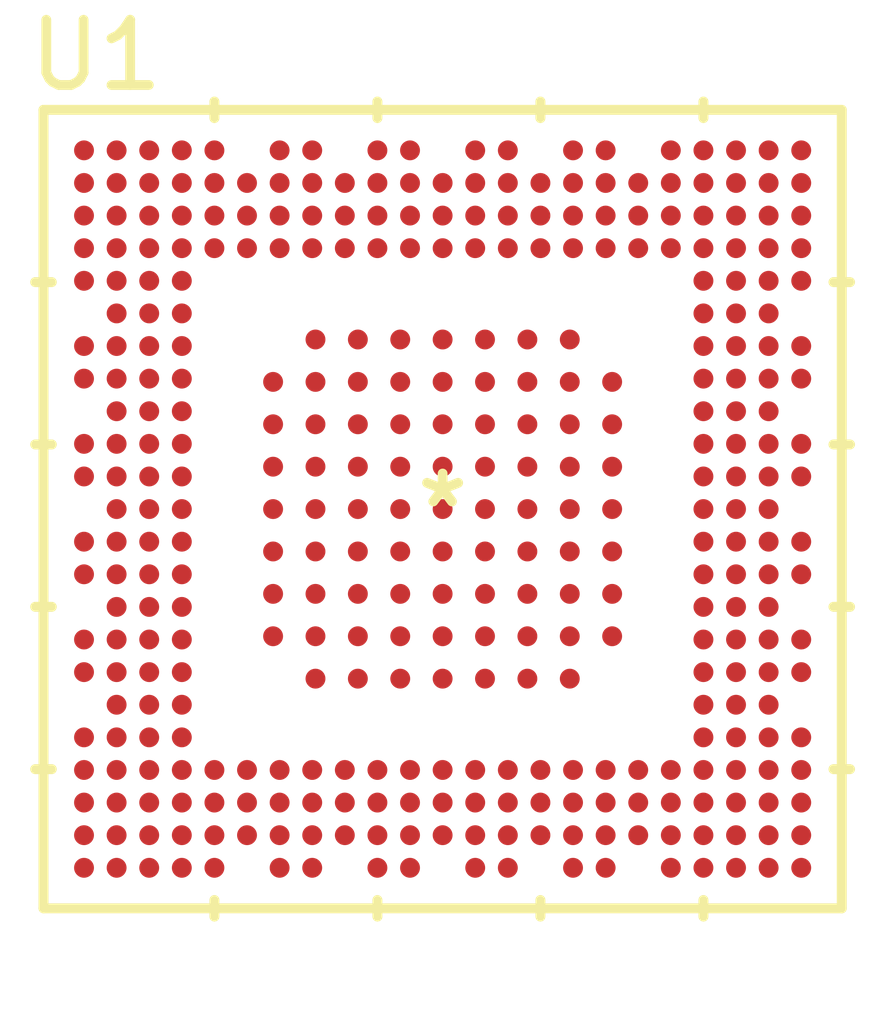
<source format=kicad_pcb>
(kicad_pcb (version 4) (host pcbnew 4.0.2+dfsg1-stable)

  (general
    (links 87)
    (no_connects 87)
    (area 141.562614 96.92154 155.541186 113.0398)
    (thickness 1.6)
    (drawings 0)
    (tracks 0)
    (zones 0)
    (modules 1)
    (nets 203)
  )

  (page A4)
  (layers
    (0 F.Cu signal)
    (31 B.Cu signal)
    (32 B.Adhes user)
    (33 F.Adhes user)
    (34 B.Paste user)
    (35 F.Paste user)
    (36 B.SilkS user)
    (37 F.SilkS user)
    (38 B.Mask user)
    (39 F.Mask user)
    (40 Dwgs.User user)
    (41 Cmts.User user)
    (42 Eco1.User user)
    (43 Eco2.User user)
    (44 Edge.Cuts user)
    (45 Margin user)
    (46 B.CrtYd user)
    (47 F.CrtYd user)
    (48 B.Fab user)
    (49 F.Fab user)
  )

  (setup
    (last_trace_width 0.25)
    (trace_clearance 0.2)
    (zone_clearance 0.508)
    (zone_45_only no)
    (trace_min 0.2)
    (segment_width 0.2)
    (edge_width 0.15)
    (via_size 0.6)
    (via_drill 0.4)
    (via_min_size 0.4)
    (via_min_drill 0.3)
    (uvia_size 0.3)
    (uvia_drill 0.1)
    (uvias_allowed no)
    (uvia_min_size 0.2)
    (uvia_min_drill 0.1)
    (pcb_text_width 0.3)
    (pcb_text_size 1.5 1.5)
    (mod_edge_width 0.15)
    (mod_text_size 1 1)
    (mod_text_width 0.15)
    (pad_size 1.524 1.524)
    (pad_drill 0.762)
    (pad_to_mask_clearance 0.2)
    (aux_axis_origin 0 0)
    (visible_elements FFFFFF7F)
    (pcbplotparams
      (layerselection 0x00030_80000001)
      (usegerberextensions false)
      (excludeedgelayer true)
      (linewidth 0.100000)
      (plotframeref false)
      (viasonmask false)
      (mode 1)
      (useauxorigin false)
      (hpglpennumber 1)
      (hpglpenspeed 20)
      (hpglpendiameter 15)
      (hpglpenoverlay 2)
      (psnegative false)
      (psa4output false)
      (plotreference true)
      (plotvalue true)
      (plotinvisibletext false)
      (padsonsilk false)
      (subtractmaskfromsilk false)
      (outputformat 1)
      (mirror false)
      (drillshape 1)
      (scaleselection 1)
      (outputdirectory ""))
  )

  (net 0 "")
  (net 1 "Net-(U1-Pad1A3)")
  (net 2 "Net-(U1-PadA7)")
  (net 3 "Net-(U1-PadA13)")
  (net 4 "Net-(U1-PadA16)")
  (net 5 "Net-(U1-PadA19)")
  (net 6 "Net-(U1-PadA20)")
  (net 7 "Net-(U1-PadA21)")
  (net 8 "Net-(U1-PadA22)")
  (net 9 "Net-(U1-PadB2)")
  (net 10 "Net-(U1-PadB4)")
  (net 11 "Net-(U1-PadB6)")
  (net 12 "Net-(U1-PadB7)")
  (net 13 "Net-(U1-PadB8)")
  (net 14 "Net-(U1-PadB9)")
  (net 15 "Net-(U1-PadB10)")
  (net 16 "Net-(U1-PadB11)")
  (net 17 "Net-(U1-PadB13)")
  (net 18 "Net-(U1-PadB14)")
  (net 19 "Net-(U1-PadB19)")
  (net 20 "Net-(U1-PadB20)")
  (net 21 "Net-(U1-PadB21)")
  (net 22 "Net-(U1-PadB22)")
  (net 23 "Net-(U1-PadB23)")
  (net 24 "Net-(U1-PadC1)")
  (net 25 "Net-(U1-PadC2)")
  (net 26 "Net-(U1-PadC3)")
  (net 27 "Net-(U1-PadC6)")
  (net 28 "Net-(U1-PadC8)")
  (net 29 "Net-(U1-PadC11)")
  (net 30 "Net-(U1-PadC19)")
  (net 31 "Net-(U1-PadC20)")
  (net 32 "Net-(U1-PadC22)")
  (net 33 "Net-(U1-PadC23)")
  (net 34 "Net-(U1-PadD1)")
  (net 35 "Net-(U1-PadD2)")
  (net 36 "Net-(U1-PadD3)")
  (net 37 "Net-(U1-PadD6)")
  (net 38 "Net-(U1-PadD12)")
  (net 39 "Net-(U1-PadD13)")
  (net 40 "Net-(U1-PadD14)")
  (net 41 "Net-(U1-PadD15)")
  (net 42 "Net-(U1-PadD16)")
  (net 43 "Net-(U1-PadD17)")
  (net 44 "Net-(U1-PadD18)")
  (net 45 "Net-(U1-PadD19)")
  (net 46 "Net-(U1-PadD20)")
  (net 47 "Net-(U1-PadD21)")
  (net 48 "Net-(U1-PadD22)")
  (net 49 "Net-(U1-PadD23)")
  (net 50 "Net-(U1-PadE1)")
  (net 51 "Net-(U1-PadE2)")
  (net 52 "Net-(U1-PadE3)")
  (net 53 "Net-(U1-PadE20)")
  (net 54 "Net-(U1-PadE21)")
  (net 55 "Net-(U1-PadE22)")
  (net 56 "Net-(U1-PadE23)")
  (net 57 "Net-(U1-PadF20)")
  (net 58 "Net-(U1-PadF22)")
  (net 59 "Net-(U1-PadG1)")
  (net 60 "Net-(U1-PadG3)")
  (net 61 "Net-(U1-PadG4)")
  (net 62 "Net-(U1-PadG20)")
  (net 63 "Net-(U1-PadG21)")
  (net 64 "Net-(U1-PadG22)")
  (net 65 "Net-(U1-PadG23)")
  (net 66 "Net-(U1-PadH1)")
  (net 67 "Net-(U1-PadH2)")
  (net 68 "Net-(U1-Pad1A2)")
  (net 69 "Net-(U1-Pad1A8)")
  (net 70 "Net-(U1-PadH20)")
  (net 71 "Net-(U1-PadH21)")
  (net 72 "Net-(U1-PadH22)")
  (net 73 "Net-(U1-PadH23)")
  (net 74 "Net-(U1-PadJ2)")
  (net 75 "Net-(U1-PadJ3)")
  (net 76 "Net-(U1-PadJ4)")
  (net 77 "Net-(U1-PadJ20)")
  (net 78 "Net-(U1-PadJ21)")
  (net 79 "Net-(U1-PadJ22)")
  (net 80 "Net-(U1-PadK1)")
  (net 81 "Net-(U1-PadK3)")
  (net 82 "Net-(U1-PadK4)")
  (net 83 "Net-(U1-PadK20)")
  (net 84 "Net-(U1-PadK22)")
  (net 85 "Net-(U1-PadK23)")
  (net 86 "Net-(U1-PadL3)")
  (net 87 "Net-(U1-PadL20)")
  (net 88 "Net-(U1-PadL21)")
  (net 89 "Net-(U1-PadL22)")
  (net 90 "Net-(U1-PadL23)")
  (net 91 "Net-(U1-PadM2)")
  (net 92 "Net-(U1-PadM3)")
  (net 93 "Net-(U1-PadM4)")
  (net 94 "Net-(U1-PadM20)")
  (net 95 "Net-(U1-PadM21)")
  (net 96 "Net-(U1-PadM22)")
  (net 97 "Net-(U1-PadN1)")
  (net 98 "Net-(U1-PadN3)")
  (net 99 "Net-(U1-PadN4)")
  (net 100 "Net-(U1-Pad1F1)")
  (net 101 "Net-(U1-Pad1F3)")
  (net 102 "Net-(U1-PadN20)")
  (net 103 "Net-(U1-PadN21)")
  (net 104 "Net-(U1-PadN22)")
  (net 105 "Net-(U1-PadN23)")
  (net 106 "Net-(U1-Pad1G1)")
  (net 107 "Net-(U1-Pad1G2)")
  (net 108 "Net-(U1-PadP20)")
  (net 109 "Net-(U1-PadP22)")
  (net 110 "Net-(U1-PadP23)")
  (net 111 "Net-(U1-PadR2)")
  (net 112 "Net-(U1-PadR3)")
  (net 113 "Net-(U1-PadR4)")
  (net 114 "Net-(U1-Pad1H1)")
  (net 115 "Net-(U1-Pad1H2)")
  (net 116 "Net-(U1-PadR20)")
  (net 117 "Net-(U1-PadR21)")
  (net 118 "Net-(U1-PadR22)")
  (net 119 "Net-(U1-PadT1)")
  (net 120 "Net-(U1-PadT3)")
  (net 121 "Net-(U1-PadT20)")
  (net 122 "Net-(U1-PadT21)")
  (net 123 "Net-(U1-PadT22)")
  (net 124 "Net-(U1-PadT23)")
  (net 125 "Net-(U1-PadU2)")
  (net 126 "Net-(U1-PadU20)")
  (net 127 "Net-(U1-PadU21)")
  (net 128 "Net-(U1-PadU22)")
  (net 129 "Net-(U1-PadU23)")
  (net 130 "Net-(U1-PadV4)")
  (net 131 "Net-(U1-PadV20)")
  (net 132 "Net-(U1-PadV22)")
  (net 133 "Net-(U1-PadW2)")
  (net 134 "Net-(U1-PadW4)")
  (net 135 "Net-(U1-PadW20)")
  (net 136 "Net-(U1-PadW21)")
  (net 137 "Net-(U1-PadW22)")
  (net 138 "Net-(U1-PadW23)")
  (net 139 "Net-(U1-PadY1)")
  (net 140 "Net-(U1-PadY2)")
  (net 141 "Net-(U1-PadY4)")
  (net 142 "Net-(U1-PadY5)")
  (net 143 "Net-(U1-PadY10)")
  (net 144 "Net-(U1-PadY11)")
  (net 145 "Net-(U1-PadY13)")
  (net 146 "Net-(U1-PadY14)")
  (net 147 "Net-(U1-PadY15)")
  (net 148 "Net-(U1-PadY17)")
  (net 149 "Net-(U1-PadY18)")
  (net 150 "Net-(U1-PadY19)")
  (net 151 "Net-(U1-PadY20)")
  (net 152 "Net-(U1-PadY21)")
  (net 153 "Net-(U1-PadY22)")
  (net 154 "Net-(U1-PadY23)")
  (net 155 "Net-(U1-PadAA1)")
  (net 156 "Net-(U1-PadAA2)")
  (net 157 "Net-(U1-PadAA4)")
  (net 158 "Net-(U1-PadAA7)")
  (net 159 "Net-(U1-PadAA9)")
  (net 160 "Net-(U1-PadAA10)")
  (net 161 "Net-(U1-PadAA11)")
  (net 162 "Net-(U1-PadAA13)")
  (net 163 "Net-(U1-PadAA14)")
  (net 164 "Net-(U1-PadAA15)")
  (net 165 "Net-(U1-PadAA17)")
  (net 166 "Net-(U1-PadAA18)")
  (net 167 "Net-(U1-PadAA20)")
  (net 168 "Net-(U1-PadAA22)")
  (net 169 "Net-(U1-PadAA23)")
  (net 170 "Net-(U1-PadAB1)")
  (net 171 "Net-(U1-PadAB6)")
  (net 172 "Net-(U1-PadAB7)")
  (net 173 "Net-(U1-PadAB8)")
  (net 174 "Net-(U1-PadAB9)")
  (net 175 "Net-(U1-PadAB10)")
  (net 176 "Net-(U1-PadAB11)")
  (net 177 "Net-(U1-PadAB12)")
  (net 178 "Net-(U1-PadAB13)")
  (net 179 "Net-(U1-PadAB14)")
  (net 180 "Net-(U1-PadAB15)")
  (net 181 "Net-(U1-PadAB16)")
  (net 182 "Net-(U1-PadAB17)")
  (net 183 "Net-(U1-PadAB18)")
  (net 184 "Net-(U1-PadAB19)")
  (net 185 "Net-(U1-PadAB20)")
  (net 186 "Net-(U1-PadAB21)")
  (net 187 "Net-(U1-PadAB22)")
  (net 188 "Net-(U1-PadAB23)")
  (net 189 "Net-(U1-PadAC3)")
  (net 190 "Net-(U1-PadAC4)")
  (net 191 "Net-(U1-PadAC5)")
  (net 192 "Net-(U1-PadAC7)")
  (net 193 "Net-(U1-PadAC10)")
  (net 194 "Net-(U1-PadAC11)")
  (net 195 "Net-(U1-PadAC13)")
  (net 196 "Net-(U1-PadAC14)")
  (net 197 "Net-(U1-PadAC16)")
  (net 198 "Net-(U1-PadAC17)")
  (net 199 "Net-(U1-PadAC19)")
  (net 200 "Net-(U1-PadAC20)")
  (net 201 "Net-(U1-PadAC21)")
  (net 202 "Net-(U1-PadAC22)")

  (net_class Default "This is the default net class."
    (clearance 0.2)
    (trace_width 0.25)
    (via_dia 0.6)
    (via_drill 0.4)
    (uvia_dia 0.3)
    (uvia_drill 0.1)
    (add_net "Net-(U1-Pad1A2)")
    (add_net "Net-(U1-Pad1A3)")
    (add_net "Net-(U1-Pad1A8)")
    (add_net "Net-(U1-Pad1F1)")
    (add_net "Net-(U1-Pad1F3)")
    (add_net "Net-(U1-Pad1G1)")
    (add_net "Net-(U1-Pad1G2)")
    (add_net "Net-(U1-Pad1H1)")
    (add_net "Net-(U1-Pad1H2)")
    (add_net "Net-(U1-PadA13)")
    (add_net "Net-(U1-PadA16)")
    (add_net "Net-(U1-PadA19)")
    (add_net "Net-(U1-PadA20)")
    (add_net "Net-(U1-PadA21)")
    (add_net "Net-(U1-PadA22)")
    (add_net "Net-(U1-PadA7)")
    (add_net "Net-(U1-PadAA1)")
    (add_net "Net-(U1-PadAA10)")
    (add_net "Net-(U1-PadAA11)")
    (add_net "Net-(U1-PadAA13)")
    (add_net "Net-(U1-PadAA14)")
    (add_net "Net-(U1-PadAA15)")
    (add_net "Net-(U1-PadAA17)")
    (add_net "Net-(U1-PadAA18)")
    (add_net "Net-(U1-PadAA2)")
    (add_net "Net-(U1-PadAA20)")
    (add_net "Net-(U1-PadAA22)")
    (add_net "Net-(U1-PadAA23)")
    (add_net "Net-(U1-PadAA4)")
    (add_net "Net-(U1-PadAA7)")
    (add_net "Net-(U1-PadAA9)")
    (add_net "Net-(U1-PadAB1)")
    (add_net "Net-(U1-PadAB10)")
    (add_net "Net-(U1-PadAB11)")
    (add_net "Net-(U1-PadAB12)")
    (add_net "Net-(U1-PadAB13)")
    (add_net "Net-(U1-PadAB14)")
    (add_net "Net-(U1-PadAB15)")
    (add_net "Net-(U1-PadAB16)")
    (add_net "Net-(U1-PadAB17)")
    (add_net "Net-(U1-PadAB18)")
    (add_net "Net-(U1-PadAB19)")
    (add_net "Net-(U1-PadAB20)")
    (add_net "Net-(U1-PadAB21)")
    (add_net "Net-(U1-PadAB22)")
    (add_net "Net-(U1-PadAB23)")
    (add_net "Net-(U1-PadAB6)")
    (add_net "Net-(U1-PadAB7)")
    (add_net "Net-(U1-PadAB8)")
    (add_net "Net-(U1-PadAB9)")
    (add_net "Net-(U1-PadAC10)")
    (add_net "Net-(U1-PadAC11)")
    (add_net "Net-(U1-PadAC13)")
    (add_net "Net-(U1-PadAC14)")
    (add_net "Net-(U1-PadAC16)")
    (add_net "Net-(U1-PadAC17)")
    (add_net "Net-(U1-PadAC19)")
    (add_net "Net-(U1-PadAC20)")
    (add_net "Net-(U1-PadAC21)")
    (add_net "Net-(U1-PadAC22)")
    (add_net "Net-(U1-PadAC3)")
    (add_net "Net-(U1-PadAC4)")
    (add_net "Net-(U1-PadAC5)")
    (add_net "Net-(U1-PadAC7)")
    (add_net "Net-(U1-PadB10)")
    (add_net "Net-(U1-PadB11)")
    (add_net "Net-(U1-PadB13)")
    (add_net "Net-(U1-PadB14)")
    (add_net "Net-(U1-PadB19)")
    (add_net "Net-(U1-PadB2)")
    (add_net "Net-(U1-PadB20)")
    (add_net "Net-(U1-PadB21)")
    (add_net "Net-(U1-PadB22)")
    (add_net "Net-(U1-PadB23)")
    (add_net "Net-(U1-PadB4)")
    (add_net "Net-(U1-PadB6)")
    (add_net "Net-(U1-PadB7)")
    (add_net "Net-(U1-PadB8)")
    (add_net "Net-(U1-PadB9)")
    (add_net "Net-(U1-PadC1)")
    (add_net "Net-(U1-PadC11)")
    (add_net "Net-(U1-PadC19)")
    (add_net "Net-(U1-PadC2)")
    (add_net "Net-(U1-PadC20)")
    (add_net "Net-(U1-PadC22)")
    (add_net "Net-(U1-PadC23)")
    (add_net "Net-(U1-PadC3)")
    (add_net "Net-(U1-PadC6)")
    (add_net "Net-(U1-PadC8)")
    (add_net "Net-(U1-PadD1)")
    (add_net "Net-(U1-PadD12)")
    (add_net "Net-(U1-PadD13)")
    (add_net "Net-(U1-PadD14)")
    (add_net "Net-(U1-PadD15)")
    (add_net "Net-(U1-PadD16)")
    (add_net "Net-(U1-PadD17)")
    (add_net "Net-(U1-PadD18)")
    (add_net "Net-(U1-PadD19)")
    (add_net "Net-(U1-PadD2)")
    (add_net "Net-(U1-PadD20)")
    (add_net "Net-(U1-PadD21)")
    (add_net "Net-(U1-PadD22)")
    (add_net "Net-(U1-PadD23)")
    (add_net "Net-(U1-PadD3)")
    (add_net "Net-(U1-PadD6)")
    (add_net "Net-(U1-PadE1)")
    (add_net "Net-(U1-PadE2)")
    (add_net "Net-(U1-PadE20)")
    (add_net "Net-(U1-PadE21)")
    (add_net "Net-(U1-PadE22)")
    (add_net "Net-(U1-PadE23)")
    (add_net "Net-(U1-PadE3)")
    (add_net "Net-(U1-PadF20)")
    (add_net "Net-(U1-PadF22)")
    (add_net "Net-(U1-PadG1)")
    (add_net "Net-(U1-PadG20)")
    (add_net "Net-(U1-PadG21)")
    (add_net "Net-(U1-PadG22)")
    (add_net "Net-(U1-PadG23)")
    (add_net "Net-(U1-PadG3)")
    (add_net "Net-(U1-PadG4)")
    (add_net "Net-(U1-PadH1)")
    (add_net "Net-(U1-PadH2)")
    (add_net "Net-(U1-PadH20)")
    (add_net "Net-(U1-PadH21)")
    (add_net "Net-(U1-PadH22)")
    (add_net "Net-(U1-PadH23)")
    (add_net "Net-(U1-PadJ2)")
    (add_net "Net-(U1-PadJ20)")
    (add_net "Net-(U1-PadJ21)")
    (add_net "Net-(U1-PadJ22)")
    (add_net "Net-(U1-PadJ3)")
    (add_net "Net-(U1-PadJ4)")
    (add_net "Net-(U1-PadK1)")
    (add_net "Net-(U1-PadK20)")
    (add_net "Net-(U1-PadK22)")
    (add_net "Net-(U1-PadK23)")
    (add_net "Net-(U1-PadK3)")
    (add_net "Net-(U1-PadK4)")
    (add_net "Net-(U1-PadL20)")
    (add_net "Net-(U1-PadL21)")
    (add_net "Net-(U1-PadL22)")
    (add_net "Net-(U1-PadL23)")
    (add_net "Net-(U1-PadL3)")
    (add_net "Net-(U1-PadM2)")
    (add_net "Net-(U1-PadM20)")
    (add_net "Net-(U1-PadM21)")
    (add_net "Net-(U1-PadM22)")
    (add_net "Net-(U1-PadM3)")
    (add_net "Net-(U1-PadM4)")
    (add_net "Net-(U1-PadN1)")
    (add_net "Net-(U1-PadN20)")
    (add_net "Net-(U1-PadN21)")
    (add_net "Net-(U1-PadN22)")
    (add_net "Net-(U1-PadN23)")
    (add_net "Net-(U1-PadN3)")
    (add_net "Net-(U1-PadN4)")
    (add_net "Net-(U1-PadP20)")
    (add_net "Net-(U1-PadP22)")
    (add_net "Net-(U1-PadP23)")
    (add_net "Net-(U1-PadR2)")
    (add_net "Net-(U1-PadR20)")
    (add_net "Net-(U1-PadR21)")
    (add_net "Net-(U1-PadR22)")
    (add_net "Net-(U1-PadR3)")
    (add_net "Net-(U1-PadR4)")
    (add_net "Net-(U1-PadT1)")
    (add_net "Net-(U1-PadT20)")
    (add_net "Net-(U1-PadT21)")
    (add_net "Net-(U1-PadT22)")
    (add_net "Net-(U1-PadT23)")
    (add_net "Net-(U1-PadT3)")
    (add_net "Net-(U1-PadU2)")
    (add_net "Net-(U1-PadU20)")
    (add_net "Net-(U1-PadU21)")
    (add_net "Net-(U1-PadU22)")
    (add_net "Net-(U1-PadU23)")
    (add_net "Net-(U1-PadV20)")
    (add_net "Net-(U1-PadV22)")
    (add_net "Net-(U1-PadV4)")
    (add_net "Net-(U1-PadW2)")
    (add_net "Net-(U1-PadW20)")
    (add_net "Net-(U1-PadW21)")
    (add_net "Net-(U1-PadW22)")
    (add_net "Net-(U1-PadW23)")
    (add_net "Net-(U1-PadW4)")
    (add_net "Net-(U1-PadY1)")
    (add_net "Net-(U1-PadY10)")
    (add_net "Net-(U1-PadY11)")
    (add_net "Net-(U1-PadY13)")
    (add_net "Net-(U1-PadY14)")
    (add_net "Net-(U1-PadY15)")
    (add_net "Net-(U1-PadY17)")
    (add_net "Net-(U1-PadY18)")
    (add_net "Net-(U1-PadY19)")
    (add_net "Net-(U1-PadY2)")
    (add_net "Net-(U1-PadY20)")
    (add_net "Net-(U1-PadY21)")
    (add_net "Net-(U1-PadY22)")
    (add_net "Net-(U1-PadY23)")
    (add_net "Net-(U1-PadY4)")
    (add_net "Net-(U1-PadY5)")
  )

  (module saet:STM32MP_TFBGA361_T1 (layer F.Cu) (tedit 5EA2DC59) (tstamp 5EA32E66)
    (at 148.5011 105.0036)
    (path /5EA30B4D/5EA30C53)
    (fp_text reference U1 (at -5.31622 -6.95706) (layer F.SilkS)
      (effects (font (size 1 1) (thickness 0.15)))
    )
    (fp_text value STM32MP151AAC3 (at 0.0508 7.0612) (layer Eco2.User)
      (effects (font (size 1 1) (thickness 0.15)))
    )
    (fp_text user "Copyright 2016 Accelerated Designs. All rights reserved." (at 0 0) (layer Cmts.User)
      (effects (font (size 0.127 0.127) (thickness 0.002)))
    )
    (fp_text user * (at 0 0) (layer F.SilkS)
      (effects (font (size 1 1) (thickness 0.15)))
    )
    (fp_text user * (at 0 0) (layer F.Fab)
      (effects (font (size 1 1) (thickness 0.15)))
    )
    (fp_line (start -5.9944 -3.4798) (end -6.2484 -3.4798) (layer F.SilkS) (width 0.1524))
    (fp_line (start 5.9944 -3.4798) (end 6.2484 -3.4798) (layer F.SilkS) (width 0.1524))
    (fp_line (start -5.9944 -0.9906) (end -6.2484 -0.9906) (layer F.SilkS) (width 0.1524))
    (fp_line (start 5.9944 -0.9906) (end 6.2484 -0.9906) (layer F.SilkS) (width 0.1524))
    (fp_line (start -5.9944 1.4986) (end -6.2484 1.4986) (layer F.SilkS) (width 0.1524))
    (fp_line (start 5.9944 1.4986) (end 6.2484 1.4986) (layer F.SilkS) (width 0.1524))
    (fp_line (start -5.9944 3.9878) (end -6.2484 3.9878) (layer F.SilkS) (width 0.1524))
    (fp_line (start 5.9944 3.9878) (end 6.2484 3.9878) (layer F.SilkS) (width 0.1524))
    (fp_line (start -3.50012 -5.9944) (end -3.50012 -6.2484) (layer F.SilkS) (width 0.1524))
    (fp_line (start -3.50012 5.9944) (end -3.50012 6.2484) (layer F.SilkS) (width 0.1524))
    (fp_line (start -0.999998 -5.9944) (end -0.999998 -6.2484) (layer F.SilkS) (width 0.1524))
    (fp_line (start -0.999998 5.9944) (end -0.999998 6.2484) (layer F.SilkS) (width 0.1524))
    (fp_line (start 1.500124 -5.9944) (end 1.500124 -6.2484) (layer F.SilkS) (width 0.1524))
    (fp_line (start 1.500124 5.9944) (end 1.500124 6.2484) (layer F.SilkS) (width 0.1524))
    (fp_line (start 3.999992 -5.9944) (end 3.999992 -6.2484) (layer F.SilkS) (width 0.1524))
    (fp_line (start 3.999992 5.9944) (end 3.999992 6.2484) (layer F.SilkS) (width 0.1524))
    (fp_line (start -5.7444 -5.9944) (end -5.9944 -5.7404) (layer F.Fab) (width 0.1524))
    (fp_line (start -6.1214 6.1214) (end 6.1214 6.1214) (layer F.SilkS) (width 0.1524))
    (fp_line (start 6.1214 6.1214) (end 6.1214 -6.1214) (layer F.SilkS) (width 0.1524))
    (fp_line (start 6.1214 -6.1214) (end -6.1214 -6.1214) (layer F.SilkS) (width 0.1524))
    (fp_line (start -6.1214 -6.1214) (end -6.1214 6.1214) (layer F.SilkS) (width 0.1524))
    (fp_line (start -5.9944 5.9944) (end 5.9944 5.9944) (layer F.Fab) (width 0.1524))
    (fp_line (start 5.9944 5.9944) (end 5.9944 -5.9944) (layer F.Fab) (width 0.1524))
    (fp_line (start 5.9944 -5.9944) (end -5.9944 -5.9944) (layer F.Fab) (width 0.1524))
    (fp_line (start -5.9944 -5.9944) (end -5.9944 5.9944) (layer F.Fab) (width 0.1524))
    (fp_line (start -6.2484 6.2484) (end -6.2484 -6.2484) (layer F.CrtYd) (width 0.1524))
    (fp_line (start -6.2484 -6.2484) (end 6.2484 -6.2484) (layer F.CrtYd) (width 0.1524))
    (fp_line (start 6.2484 -6.2484) (end 6.2484 6.2484) (layer F.CrtYd) (width 0.1524))
    (fp_line (start 6.2484 6.2484) (end -6.2484 6.2484) (layer F.CrtYd) (width 0.1524))
    (pad A1 smd circle (at -5.5 -5.5) (size 0.3048 0.3048) (layers F.Cu F.Paste F.Mask)
      (net 1 "Net-(U1-Pad1A3)"))
    (pad A2 smd circle (at -5 -5.5) (size 0.3048 0.3048) (layers F.Cu F.Paste F.Mask))
    (pad A3 smd circle (at -4.5 -5.5) (size 0.3048 0.3048) (layers F.Cu F.Paste F.Mask))
    (pad A4 smd circle (at -4 -5.5) (size 0.3048 0.3048) (layers F.Cu F.Paste F.Mask))
    (pad A5 smd circle (at -3.5 -5.5) (size 0.3048 0.3048) (layers F.Cu F.Paste F.Mask))
    (pad A7 smd circle (at -2.5 -5.5) (size 0.3048 0.3048) (layers F.Cu F.Paste F.Mask)
      (net 2 "Net-(U1-PadA7)"))
    (pad A8 smd circle (at -2 -5.5) (size 0.3048 0.3048) (layers F.Cu F.Paste F.Mask))
    (pad A10 smd circle (at -1 -5.5) (size 0.3048 0.3048) (layers F.Cu F.Paste F.Mask))
    (pad A11 smd circle (at -0.5 -5.5) (size 0.3048 0.3048) (layers F.Cu F.Paste F.Mask))
    (pad A13 smd circle (at 0.5 -5.5) (size 0.3048 0.3048) (layers F.Cu F.Paste F.Mask)
      (net 3 "Net-(U1-PadA13)"))
    (pad A14 smd circle (at 1 -5.5) (size 0.3048 0.3048) (layers F.Cu F.Paste F.Mask))
    (pad A16 smd circle (at 2 -5.5) (size 0.3048 0.3048) (layers F.Cu F.Paste F.Mask)
      (net 4 "Net-(U1-PadA16)"))
    (pad A17 smd circle (at 2.5 -5.5) (size 0.3048 0.3048) (layers F.Cu F.Paste F.Mask))
    (pad A19 smd circle (at 3.5 -5.5) (size 0.3048 0.3048) (layers F.Cu F.Paste F.Mask)
      (net 5 "Net-(U1-PadA19)"))
    (pad A20 smd circle (at 4 -5.5) (size 0.3048 0.3048) (layers F.Cu F.Paste F.Mask)
      (net 6 "Net-(U1-PadA20)"))
    (pad A21 smd circle (at 4.5 -5.5) (size 0.3048 0.3048) (layers F.Cu F.Paste F.Mask)
      (net 7 "Net-(U1-PadA21)"))
    (pad A22 smd circle (at 5 -5.5) (size 0.3048 0.3048) (layers F.Cu F.Paste F.Mask)
      (net 8 "Net-(U1-PadA22)"))
    (pad A23 smd circle (at 5.5 -5.5) (size 0.3048 0.3048) (layers F.Cu F.Paste F.Mask)
      (net 1 "Net-(U1-Pad1A3)"))
    (pad B1 smd circle (at -5.5 -5) (size 0.3048 0.3048) (layers F.Cu F.Paste F.Mask))
    (pad B2 smd circle (at -5 -5) (size 0.3048 0.3048) (layers F.Cu F.Paste F.Mask)
      (net 9 "Net-(U1-PadB2)"))
    (pad B3 smd circle (at -4.5 -5) (size 0.3048 0.3048) (layers F.Cu F.Paste F.Mask))
    (pad B4 smd circle (at -4 -5) (size 0.3048 0.3048) (layers F.Cu F.Paste F.Mask)
      (net 10 "Net-(U1-PadB4)"))
    (pad B5 smd circle (at -3.5 -5) (size 0.3048 0.3048) (layers F.Cu F.Paste F.Mask))
    (pad B6 smd circle (at -3 -5) (size 0.3048 0.3048) (layers F.Cu F.Paste F.Mask)
      (net 11 "Net-(U1-PadB6)"))
    (pad B7 smd circle (at -2.5 -5) (size 0.3048 0.3048) (layers F.Cu F.Paste F.Mask)
      (net 12 "Net-(U1-PadB7)"))
    (pad B8 smd circle (at -2 -5) (size 0.3048 0.3048) (layers F.Cu F.Paste F.Mask)
      (net 13 "Net-(U1-PadB8)"))
    (pad B9 smd circle (at -1.5 -5) (size 0.3048 0.3048) (layers F.Cu F.Paste F.Mask)
      (net 14 "Net-(U1-PadB9)"))
    (pad B10 smd circle (at -1 -5) (size 0.3048 0.3048) (layers F.Cu F.Paste F.Mask)
      (net 15 "Net-(U1-PadB10)"))
    (pad B11 smd circle (at -0.5 -5) (size 0.3048 0.3048) (layers F.Cu F.Paste F.Mask)
      (net 16 "Net-(U1-PadB11)"))
    (pad B12 smd circle (at 0 -5) (size 0.3048 0.3048) (layers F.Cu F.Paste F.Mask))
    (pad B13 smd circle (at 0.5 -5) (size 0.3048 0.3048) (layers F.Cu F.Paste F.Mask)
      (net 17 "Net-(U1-PadB13)"))
    (pad B14 smd circle (at 1 -5) (size 0.3048 0.3048) (layers F.Cu F.Paste F.Mask)
      (net 18 "Net-(U1-PadB14)"))
    (pad B15 smd circle (at 1.5 -5) (size 0.3048 0.3048) (layers F.Cu F.Paste F.Mask))
    (pad B16 smd circle (at 2 -5) (size 0.3048 0.3048) (layers F.Cu F.Paste F.Mask))
    (pad B17 smd circle (at 2.5 -5) (size 0.3048 0.3048) (layers F.Cu F.Paste F.Mask))
    (pad B18 smd circle (at 3 -5) (size 0.3048 0.3048) (layers F.Cu F.Paste F.Mask))
    (pad B19 smd circle (at 3.5 -5) (size 0.3048 0.3048) (layers F.Cu F.Paste F.Mask)
      (net 19 "Net-(U1-PadB19)"))
    (pad B20 smd circle (at 4 -5) (size 0.3048 0.3048) (layers F.Cu F.Paste F.Mask)
      (net 20 "Net-(U1-PadB20)"))
    (pad B21 smd circle (at 4.5 -5) (size 0.3048 0.3048) (layers F.Cu F.Paste F.Mask)
      (net 21 "Net-(U1-PadB21)"))
    (pad B22 smd circle (at 5 -5) (size 0.3048 0.3048) (layers F.Cu F.Paste F.Mask)
      (net 22 "Net-(U1-PadB22)"))
    (pad B23 smd circle (at 5.5 -5) (size 0.3048 0.3048) (layers F.Cu F.Paste F.Mask)
      (net 23 "Net-(U1-PadB23)"))
    (pad C1 smd circle (at -5.5 -4.5) (size 0.3048 0.3048) (layers F.Cu F.Paste F.Mask)
      (net 24 "Net-(U1-PadC1)"))
    (pad C2 smd circle (at -5 -4.5) (size 0.3048 0.3048) (layers F.Cu F.Paste F.Mask)
      (net 25 "Net-(U1-PadC2)"))
    (pad C3 smd circle (at -4.5 -4.5) (size 0.3048 0.3048) (layers F.Cu F.Paste F.Mask)
      (net 26 "Net-(U1-PadC3)"))
    (pad C4 smd circle (at -4 -4.5) (size 0.3048 0.3048) (layers F.Cu F.Paste F.Mask))
    (pad C5 smd circle (at -3.5 -4.5) (size 0.3048 0.3048) (layers F.Cu F.Paste F.Mask))
    (pad C6 smd circle (at -3 -4.5) (size 0.3048 0.3048) (layers F.Cu F.Paste F.Mask)
      (net 27 "Net-(U1-PadC6)"))
    (pad C7 smd circle (at -2.5 -4.5) (size 0.3048 0.3048) (layers F.Cu F.Paste F.Mask)
      (net 1 "Net-(U1-Pad1A3)"))
    (pad C8 smd circle (at -2 -4.5) (size 0.3048 0.3048) (layers F.Cu F.Paste F.Mask)
      (net 28 "Net-(U1-PadC8)"))
    (pad C9 smd circle (at -1.5 -4.5) (size 0.3048 0.3048) (layers F.Cu F.Paste F.Mask))
    (pad C10 smd circle (at -1 -4.5) (size 0.3048 0.3048) (layers F.Cu F.Paste F.Mask))
    (pad C11 smd circle (at -0.5 -4.5) (size 0.3048 0.3048) (layers F.Cu F.Paste F.Mask)
      (net 29 "Net-(U1-PadC11)"))
    (pad C12 smd circle (at 0 -4.5) (size 0.3048 0.3048) (layers F.Cu F.Paste F.Mask)
      (net 1 "Net-(U1-Pad1A3)"))
    (pad C13 smd circle (at 0.5 -4.5) (size 0.3048 0.3048) (layers F.Cu F.Paste F.Mask))
    (pad C14 smd circle (at 1 -4.5) (size 0.3048 0.3048) (layers F.Cu F.Paste F.Mask))
    (pad C15 smd circle (at 1.5 -4.5) (size 0.3048 0.3048) (layers F.Cu F.Paste F.Mask))
    (pad C16 smd circle (at 2 -4.5) (size 0.3048 0.3048) (layers F.Cu F.Paste F.Mask)
      (net 1 "Net-(U1-Pad1A3)"))
    (pad C17 smd circle (at 2.5 -4.5) (size 0.3048 0.3048) (layers F.Cu F.Paste F.Mask))
    (pad C18 smd circle (at 3 -4.5) (size 0.3048 0.3048) (layers F.Cu F.Paste F.Mask))
    (pad C19 smd circle (at 3.5 -4.5) (size 0.3048 0.3048) (layers F.Cu F.Paste F.Mask)
      (net 30 "Net-(U1-PadC19)"))
    (pad C20 smd circle (at 4 -4.5) (size 0.3048 0.3048) (layers F.Cu F.Paste F.Mask)
      (net 31 "Net-(U1-PadC20)"))
    (pad C21 smd circle (at 4.5 -4.5) (size 0.3048 0.3048) (layers F.Cu F.Paste F.Mask)
      (net 1 "Net-(U1-Pad1A3)"))
    (pad C22 smd circle (at 5 -4.5) (size 0.3048 0.3048) (layers F.Cu F.Paste F.Mask)
      (net 32 "Net-(U1-PadC22)"))
    (pad C23 smd circle (at 5.5 -4.5) (size 0.3048 0.3048) (layers F.Cu F.Paste F.Mask)
      (net 33 "Net-(U1-PadC23)"))
    (pad D1 smd circle (at -5.5 -4) (size 0.3048 0.3048) (layers F.Cu F.Paste F.Mask)
      (net 34 "Net-(U1-PadD1)"))
    (pad D2 smd circle (at -5 -4) (size 0.3048 0.3048) (layers F.Cu F.Paste F.Mask)
      (net 35 "Net-(U1-PadD2)"))
    (pad D3 smd circle (at -4.5 -4) (size 0.3048 0.3048) (layers F.Cu F.Paste F.Mask)
      (net 36 "Net-(U1-PadD3)"))
    (pad D4 smd circle (at -4 -4) (size 0.3048 0.3048) (layers F.Cu F.Paste F.Mask)
      (net 1 "Net-(U1-Pad1A3)"))
    (pad D5 smd circle (at -3.5 -4) (size 0.3048 0.3048) (layers F.Cu F.Paste F.Mask))
    (pad D6 smd circle (at -3 -4) (size 0.3048 0.3048) (layers F.Cu F.Paste F.Mask)
      (net 37 "Net-(U1-PadD6)"))
    (pad D7 smd circle (at -2.5 -4) (size 0.3048 0.3048) (layers F.Cu F.Paste F.Mask))
    (pad D8 smd circle (at -2 -4) (size 0.3048 0.3048) (layers F.Cu F.Paste F.Mask))
    (pad D9 smd circle (at -1.5 -4) (size 0.3048 0.3048) (layers F.Cu F.Paste F.Mask))
    (pad D10 smd circle (at -1 -4) (size 0.3048 0.3048) (layers F.Cu F.Paste F.Mask))
    (pad D11 smd circle (at -0.5 -4) (size 0.3048 0.3048) (layers F.Cu F.Paste F.Mask))
    (pad D12 smd circle (at 0 -4) (size 0.3048 0.3048) (layers F.Cu F.Paste F.Mask)
      (net 38 "Net-(U1-PadD12)"))
    (pad D13 smd circle (at 0.5 -4) (size 0.3048 0.3048) (layers F.Cu F.Paste F.Mask)
      (net 39 "Net-(U1-PadD13)"))
    (pad D14 smd circle (at 1 -4) (size 0.3048 0.3048) (layers F.Cu F.Paste F.Mask)
      (net 40 "Net-(U1-PadD14)"))
    (pad D15 smd circle (at 1.5 -4) (size 0.3048 0.3048) (layers F.Cu F.Paste F.Mask)
      (net 41 "Net-(U1-PadD15)"))
    (pad D16 smd circle (at 2 -4) (size 0.3048 0.3048) (layers F.Cu F.Paste F.Mask)
      (net 42 "Net-(U1-PadD16)"))
    (pad D17 smd circle (at 2.5 -4) (size 0.3048 0.3048) (layers F.Cu F.Paste F.Mask)
      (net 43 "Net-(U1-PadD17)"))
    (pad D18 smd circle (at 3 -4) (size 0.3048 0.3048) (layers F.Cu F.Paste F.Mask)
      (net 44 "Net-(U1-PadD18)"))
    (pad D19 smd circle (at 3.5 -4) (size 0.3048 0.3048) (layers F.Cu F.Paste F.Mask)
      (net 45 "Net-(U1-PadD19)"))
    (pad D20 smd circle (at 4 -4) (size 0.3048 0.3048) (layers F.Cu F.Paste F.Mask)
      (net 46 "Net-(U1-PadD20)"))
    (pad D21 smd circle (at 4.5 -4) (size 0.3048 0.3048) (layers F.Cu F.Paste F.Mask)
      (net 47 "Net-(U1-PadD21)"))
    (pad D22 smd circle (at 5 -4) (size 0.3048 0.3048) (layers F.Cu F.Paste F.Mask)
      (net 48 "Net-(U1-PadD22)"))
    (pad D23 smd circle (at 5.5 -4) (size 0.3048 0.3048) (layers F.Cu F.Paste F.Mask)
      (net 49 "Net-(U1-PadD23)"))
    (pad E1 smd circle (at -5.5 -3.5) (size 0.3048 0.3048) (layers F.Cu F.Paste F.Mask)
      (net 50 "Net-(U1-PadE1)"))
    (pad E2 smd circle (at -5 -3.5) (size 0.3048 0.3048) (layers F.Cu F.Paste F.Mask)
      (net 51 "Net-(U1-PadE2)"))
    (pad E3 smd circle (at -4.5 -3.5) (size 0.3048 0.3048) (layers F.Cu F.Paste F.Mask)
      (net 52 "Net-(U1-PadE3)"))
    (pad E4 smd circle (at -4 -3.5) (size 0.3048 0.3048) (layers F.Cu F.Paste F.Mask))
    (pad E20 smd circle (at 4 -3.5) (size 0.3048 0.3048) (layers F.Cu F.Paste F.Mask)
      (net 53 "Net-(U1-PadE20)"))
    (pad E21 smd circle (at 4.5 -3.5) (size 0.3048 0.3048) (layers F.Cu F.Paste F.Mask)
      (net 54 "Net-(U1-PadE21)"))
    (pad E22 smd circle (at 5 -3.5) (size 0.3048 0.3048) (layers F.Cu F.Paste F.Mask)
      (net 55 "Net-(U1-PadE22)"))
    (pad E23 smd circle (at 5.5 -3.5) (size 0.3048 0.3048) (layers F.Cu F.Paste F.Mask)
      (net 56 "Net-(U1-PadE23)"))
    (pad F2 smd circle (at -5 -3) (size 0.3048 0.3048) (layers F.Cu F.Paste F.Mask))
    (pad F3 smd circle (at -4.5 -3) (size 0.3048 0.3048) (layers F.Cu F.Paste F.Mask))
    (pad F4 smd circle (at -4 -3) (size 0.3048 0.3048) (layers F.Cu F.Paste F.Mask))
    (pad F20 smd circle (at 4 -3) (size 0.3048 0.3048) (layers F.Cu F.Paste F.Mask)
      (net 57 "Net-(U1-PadF20)"))
    (pad F21 smd circle (at 4.5 -3) (size 0.3048 0.3048) (layers F.Cu F.Paste F.Mask)
      (net 1 "Net-(U1-Pad1A3)"))
    (pad F22 smd circle (at 5 -3) (size 0.3048 0.3048) (layers F.Cu F.Paste F.Mask)
      (net 58 "Net-(U1-PadF22)"))
    (pad G1 smd circle (at -5.5 -2.5) (size 0.3048 0.3048) (layers F.Cu F.Paste F.Mask)
      (net 59 "Net-(U1-PadG1)"))
    (pad G2 smd circle (at -5 -2.5) (size 0.3048 0.3048) (layers F.Cu F.Paste F.Mask))
    (pad G3 smd circle (at -4.5 -2.5) (size 0.3048 0.3048) (layers F.Cu F.Paste F.Mask)
      (net 60 "Net-(U1-PadG3)"))
    (pad G4 smd circle (at -4 -2.5) (size 0.3048 0.3048) (layers F.Cu F.Paste F.Mask)
      (net 61 "Net-(U1-PadG4)"))
    (pad G20 smd circle (at 4 -2.5) (size 0.3048 0.3048) (layers F.Cu F.Paste F.Mask)
      (net 62 "Net-(U1-PadG20)"))
    (pad G21 smd circle (at 4.5 -2.5) (size 0.3048 0.3048) (layers F.Cu F.Paste F.Mask)
      (net 63 "Net-(U1-PadG21)"))
    (pad G22 smd circle (at 5 -2.5) (size 0.3048 0.3048) (layers F.Cu F.Paste F.Mask)
      (net 64 "Net-(U1-PadG22)"))
    (pad G23 smd circle (at 5.5 -2.5) (size 0.3048 0.3048) (layers F.Cu F.Paste F.Mask)
      (net 65 "Net-(U1-PadG23)"))
    (pad H1 smd circle (at -5.5 -2) (size 0.3048 0.3048) (layers F.Cu F.Paste F.Mask)
      (net 66 "Net-(U1-PadH1)"))
    (pad H2 smd circle (at -5 -2) (size 0.3048 0.3048) (layers F.Cu F.Paste F.Mask)
      (net 67 "Net-(U1-PadH2)"))
    (pad H3 smd circle (at -4.5 -2) (size 0.3048 0.3048) (layers F.Cu F.Paste F.Mask)
      (net 1 "Net-(U1-Pad1A3)"))
    (pad H4 smd circle (at -4 -2) (size 0.3048 0.3048) (layers F.Cu F.Paste F.Mask))
    (pad 1A2 smd circle (at -1.95 -2.6) (size 0.3048 0.3048) (layers F.Cu F.Paste F.Mask)
      (net 68 "Net-(U1-Pad1A2)"))
    (pad 1A3 smd circle (at -1.3 -2.6) (size 0.3048 0.3048) (layers F.Cu F.Paste F.Mask)
      (net 1 "Net-(U1-Pad1A3)"))
    (pad 1A4 smd circle (at -0.65 -2.6) (size 0.3048 0.3048) (layers F.Cu F.Paste F.Mask)
      (net 68 "Net-(U1-Pad1A2)"))
    (pad 1A5 smd circle (at 0 -2.6) (size 0.3048 0.3048) (layers F.Cu F.Paste F.Mask)
      (net 1 "Net-(U1-Pad1A3)"))
    (pad 1A6 smd circle (at 0.65 -2.6) (size 0.3048 0.3048) (layers F.Cu F.Paste F.Mask)
      (net 68 "Net-(U1-Pad1A2)"))
    (pad 1A7 smd circle (at 1.3 -2.6) (size 0.3048 0.3048) (layers F.Cu F.Paste F.Mask)
      (net 1 "Net-(U1-Pad1A3)"))
    (pad 1A8 smd circle (at 1.95 -2.6) (size 0.3048 0.3048) (layers F.Cu F.Paste F.Mask)
      (net 69 "Net-(U1-Pad1A8)"))
    (pad H20 smd circle (at 4 -2) (size 0.3048 0.3048) (layers F.Cu F.Paste F.Mask)
      (net 70 "Net-(U1-PadH20)"))
    (pad H21 smd circle (at 4.5 -2) (size 0.3048 0.3048) (layers F.Cu F.Paste F.Mask)
      (net 71 "Net-(U1-PadH21)"))
    (pad H22 smd circle (at 5 -2) (size 0.3048 0.3048) (layers F.Cu F.Paste F.Mask)
      (net 72 "Net-(U1-PadH22)"))
    (pad H23 smd circle (at 5.5 -2) (size 0.3048 0.3048) (layers F.Cu F.Paste F.Mask)
      (net 73 "Net-(U1-PadH23)"))
    (pad J2 smd circle (at -5 -1.5) (size 0.3048 0.3048) (layers F.Cu F.Paste F.Mask)
      (net 74 "Net-(U1-PadJ2)"))
    (pad J3 smd circle (at -4.5 -1.5) (size 0.3048 0.3048) (layers F.Cu F.Paste F.Mask)
      (net 75 "Net-(U1-PadJ3)"))
    (pad J4 smd circle (at -4 -1.5) (size 0.3048 0.3048) (layers F.Cu F.Paste F.Mask)
      (net 76 "Net-(U1-PadJ4)"))
    (pad 1B1 smd circle (at -2.6 -1.95) (size 0.3048 0.3048) (layers F.Cu F.Paste F.Mask)
      (net 68 "Net-(U1-Pad1A2)"))
    (pad 1B2 smd circle (at -1.95 -1.95) (size 0.3048 0.3048) (layers F.Cu F.Paste F.Mask))
    (pad 1B3 smd circle (at -1.3 -1.95) (size 0.3048 0.3048) (layers F.Cu F.Paste F.Mask)
      (net 68 "Net-(U1-Pad1A2)"))
    (pad 1B4 smd circle (at -0.65 -1.95) (size 0.3048 0.3048) (layers F.Cu F.Paste F.Mask)
      (net 1 "Net-(U1-Pad1A3)"))
    (pad 1B5 smd circle (at 0 -1.95) (size 0.3048 0.3048) (layers F.Cu F.Paste F.Mask)
      (net 68 "Net-(U1-Pad1A2)"))
    (pad 1B6 smd circle (at 0.65 -1.95) (size 0.3048 0.3048) (layers F.Cu F.Paste F.Mask)
      (net 1 "Net-(U1-Pad1A3)"))
    (pad 1B7 smd circle (at 1.3 -1.95) (size 0.3048 0.3048) (layers F.Cu F.Paste F.Mask)
      (net 69 "Net-(U1-Pad1A8)"))
    (pad 1B8 smd circle (at 1.95 -1.95) (size 0.3048 0.3048) (layers F.Cu F.Paste F.Mask)
      (net 1 "Net-(U1-Pad1A3)"))
    (pad 1B9 smd circle (at 2.6 -1.95) (size 0.3048 0.3048) (layers F.Cu F.Paste F.Mask)
      (net 69 "Net-(U1-Pad1A8)"))
    (pad J20 smd circle (at 4 -1.5) (size 0.3048 0.3048) (layers F.Cu F.Paste F.Mask)
      (net 77 "Net-(U1-PadJ20)"))
    (pad J21 smd circle (at 4.5 -1.5) (size 0.3048 0.3048) (layers F.Cu F.Paste F.Mask)
      (net 78 "Net-(U1-PadJ21)"))
    (pad J22 smd circle (at 5 -1.5) (size 0.3048 0.3048) (layers F.Cu F.Paste F.Mask)
      (net 79 "Net-(U1-PadJ22)"))
    (pad K1 smd circle (at -5.5 -1) (size 0.3048 0.3048) (layers F.Cu F.Paste F.Mask)
      (net 80 "Net-(U1-PadK1)"))
    (pad K2 smd circle (at -5 -1) (size 0.3048 0.3048) (layers F.Cu F.Paste F.Mask))
    (pad K3 smd circle (at -4.5 -1) (size 0.3048 0.3048) (layers F.Cu F.Paste F.Mask)
      (net 81 "Net-(U1-PadK3)"))
    (pad K4 smd circle (at -4 -1) (size 0.3048 0.3048) (layers F.Cu F.Paste F.Mask)
      (net 82 "Net-(U1-PadK4)"))
    (pad 1C1 smd circle (at -2.6 -1.3) (size 0.3048 0.3048) (layers F.Cu F.Paste F.Mask)
      (net 1 "Net-(U1-Pad1A3)"))
    (pad 1C2 smd circle (at -1.95 -1.3) (size 0.3048 0.3048) (layers F.Cu F.Paste F.Mask)
      (net 68 "Net-(U1-Pad1A2)"))
    (pad 1C3 smd circle (at -1.3 -1.3) (size 0.3048 0.3048) (layers F.Cu F.Paste F.Mask)
      (net 1 "Net-(U1-Pad1A3)"))
    (pad 1C4 smd circle (at -0.65 -1.3) (size 0.3048 0.3048) (layers F.Cu F.Paste F.Mask)
      (net 68 "Net-(U1-Pad1A2)"))
    (pad 1C5 smd circle (at 0 -1.3) (size 0.3048 0.3048) (layers F.Cu F.Paste F.Mask)
      (net 1 "Net-(U1-Pad1A3)"))
    (pad 1C6 smd circle (at 0.65 -1.3) (size 0.3048 0.3048) (layers F.Cu F.Paste F.Mask)
      (net 68 "Net-(U1-Pad1A2)"))
    (pad 1C7 smd circle (at 1.3 -1.3) (size 0.3048 0.3048) (layers F.Cu F.Paste F.Mask)
      (net 1 "Net-(U1-Pad1A3)"))
    (pad 1C8 smd circle (at 1.95 -1.3) (size 0.3048 0.3048) (layers F.Cu F.Paste F.Mask)
      (net 69 "Net-(U1-Pad1A8)"))
    (pad 1C9 smd circle (at 2.6 -1.3) (size 0.3048 0.3048) (layers F.Cu F.Paste F.Mask)
      (net 1 "Net-(U1-Pad1A3)"))
    (pad K20 smd circle (at 4 -1) (size 0.3048 0.3048) (layers F.Cu F.Paste F.Mask)
      (net 83 "Net-(U1-PadK20)"))
    (pad K21 smd circle (at 4.5 -1) (size 0.3048 0.3048) (layers F.Cu F.Paste F.Mask)
      (net 1 "Net-(U1-Pad1A3)"))
    (pad K22 smd circle (at 5 -1) (size 0.3048 0.3048) (layers F.Cu F.Paste F.Mask)
      (net 84 "Net-(U1-PadK22)"))
    (pad K23 smd circle (at 5.5 -1) (size 0.3048 0.3048) (layers F.Cu F.Paste F.Mask)
      (net 85 "Net-(U1-PadK23)"))
    (pad L1 smd circle (at -5.5 -0.5) (size 0.3048 0.3048) (layers F.Cu F.Paste F.Mask))
    (pad L2 smd circle (at -5 -0.5) (size 0.3048 0.3048) (layers F.Cu F.Paste F.Mask))
    (pad L3 smd circle (at -4.5 -0.5) (size 0.3048 0.3048) (layers F.Cu F.Paste F.Mask)
      (net 86 "Net-(U1-PadL3)"))
    (pad L4 smd circle (at -4 -0.5) (size 0.3048 0.3048) (layers F.Cu F.Paste F.Mask))
    (pad 1D1 smd circle (at -2.6 -0.65) (size 0.3048 0.3048) (layers F.Cu F.Paste F.Mask)
      (net 68 "Net-(U1-Pad1A2)"))
    (pad 1D2 smd circle (at -1.95 -0.65) (size 0.3048 0.3048) (layers F.Cu F.Paste F.Mask)
      (net 1 "Net-(U1-Pad1A3)"))
    (pad 1D3 smd circle (at -1.3 -0.65) (size 0.3048 0.3048) (layers F.Cu F.Paste F.Mask)
      (net 68 "Net-(U1-Pad1A2)"))
    (pad 1D4 smd circle (at -0.65 -0.65) (size 0.3048 0.3048) (layers F.Cu F.Paste F.Mask)
      (net 1 "Net-(U1-Pad1A3)"))
    (pad 1D5 smd circle (at 0 -0.65) (size 0.3048 0.3048) (layers F.Cu F.Paste F.Mask)
      (net 68 "Net-(U1-Pad1A2)"))
    (pad 1D6 smd circle (at 0.65 -0.65) (size 0.3048 0.3048) (layers F.Cu F.Paste F.Mask)
      (net 1 "Net-(U1-Pad1A3)"))
    (pad 1D7 smd circle (at 1.3 -0.65) (size 0.3048 0.3048) (layers F.Cu F.Paste F.Mask)
      (net 68 "Net-(U1-Pad1A2)"))
    (pad 1D8 smd circle (at 1.95 -0.65) (size 0.3048 0.3048) (layers F.Cu F.Paste F.Mask)
      (net 1 "Net-(U1-Pad1A3)"))
    (pad 1D9 smd circle (at 2.6 -0.65) (size 0.3048 0.3048) (layers F.Cu F.Paste F.Mask)
      (net 69 "Net-(U1-Pad1A8)"))
    (pad L20 smd circle (at 4 -0.5) (size 0.3048 0.3048) (layers F.Cu F.Paste F.Mask)
      (net 87 "Net-(U1-PadL20)"))
    (pad L21 smd circle (at 4.5 -0.5) (size 0.3048 0.3048) (layers F.Cu F.Paste F.Mask)
      (net 88 "Net-(U1-PadL21)"))
    (pad L22 smd circle (at 5 -0.5) (size 0.3048 0.3048) (layers F.Cu F.Paste F.Mask)
      (net 89 "Net-(U1-PadL22)"))
    (pad L23 smd circle (at 5.5 -0.5) (size 0.3048 0.3048) (layers F.Cu F.Paste F.Mask)
      (net 90 "Net-(U1-PadL23)"))
    (pad M2 smd circle (at -5 0) (size 0.3048 0.3048) (layers F.Cu F.Paste F.Mask)
      (net 91 "Net-(U1-PadM2)"))
    (pad M3 smd circle (at -4.5 0) (size 0.3048 0.3048) (layers F.Cu F.Paste F.Mask)
      (net 92 "Net-(U1-PadM3)"))
    (pad M4 smd circle (at -4 0) (size 0.3048 0.3048) (layers F.Cu F.Paste F.Mask)
      (net 93 "Net-(U1-PadM4)"))
    (pad 1E1 smd circle (at -2.6 0) (size 0.3048 0.3048) (layers F.Cu F.Paste F.Mask)
      (net 1 "Net-(U1-Pad1A3)"))
    (pad 1E2 smd circle (at -1.95 0) (size 0.3048 0.3048) (layers F.Cu F.Paste F.Mask)
      (net 68 "Net-(U1-Pad1A2)"))
    (pad 1E3 smd circle (at -1.3 0) (size 0.3048 0.3048) (layers F.Cu F.Paste F.Mask)
      (net 1 "Net-(U1-Pad1A3)"))
    (pad 1E4 smd circle (at -0.65 0) (size 0.3048 0.3048) (layers F.Cu F.Paste F.Mask)
      (net 68 "Net-(U1-Pad1A2)"))
    (pad 1E5 smd circle (at 0 0) (size 0.3048 0.3048) (layers F.Cu F.Paste F.Mask)
      (net 1 "Net-(U1-Pad1A3)"))
    (pad 1E6 smd circle (at 0.65 0) (size 0.3048 0.3048) (layers F.Cu F.Paste F.Mask)
      (net 68 "Net-(U1-Pad1A2)"))
    (pad 1E7 smd circle (at 1.3 0) (size 0.3048 0.3048) (layers F.Cu F.Paste F.Mask)
      (net 1 "Net-(U1-Pad1A3)"))
    (pad 1E8 smd circle (at 1.95 0) (size 0.3048 0.3048) (layers F.Cu F.Paste F.Mask)
      (net 69 "Net-(U1-Pad1A8)"))
    (pad 1E9 smd circle (at 2.6 0) (size 0.3048 0.3048) (layers F.Cu F.Paste F.Mask)
      (net 1 "Net-(U1-Pad1A3)"))
    (pad M20 smd circle (at 4 0) (size 0.3048 0.3048) (layers F.Cu F.Paste F.Mask)
      (net 94 "Net-(U1-PadM20)"))
    (pad M21 smd circle (at 4.5 0) (size 0.3048 0.3048) (layers F.Cu F.Paste F.Mask)
      (net 95 "Net-(U1-PadM21)"))
    (pad M22 smd circle (at 5 0) (size 0.3048 0.3048) (layers F.Cu F.Paste F.Mask)
      (net 96 "Net-(U1-PadM22)"))
    (pad N1 smd circle (at -5.5 0.5) (size 0.3048 0.3048) (layers F.Cu F.Paste F.Mask)
      (net 97 "Net-(U1-PadN1)"))
    (pad N2 smd circle (at -5 0.5) (size 0.3048 0.3048) (layers F.Cu F.Paste F.Mask))
    (pad N3 smd circle (at -4.5 0.5) (size 0.3048 0.3048) (layers F.Cu F.Paste F.Mask)
      (net 98 "Net-(U1-PadN3)"))
    (pad N4 smd circle (at -4 0.5) (size 0.3048 0.3048) (layers F.Cu F.Paste F.Mask)
      (net 99 "Net-(U1-PadN4)"))
    (pad 1F1 smd circle (at -2.6 0.65) (size 0.3048 0.3048) (layers F.Cu F.Paste F.Mask)
      (net 100 "Net-(U1-Pad1F1)"))
    (pad 1F2 smd circle (at -1.95 0.65) (size 0.3048 0.3048) (layers F.Cu F.Paste F.Mask)
      (net 1 "Net-(U1-Pad1A3)"))
    (pad 1F3 smd circle (at -1.3 0.65) (size 0.3048 0.3048) (layers F.Cu F.Paste F.Mask)
      (net 101 "Net-(U1-Pad1F3)"))
    (pad 1F4 smd circle (at -0.65 0.65) (size 0.3048 0.3048) (layers F.Cu F.Paste F.Mask)
      (net 1 "Net-(U1-Pad1A3)"))
    (pad 1F5 smd circle (at 0 0.65) (size 0.3048 0.3048) (layers F.Cu F.Paste F.Mask)
      (net 68 "Net-(U1-Pad1A2)"))
    (pad 1F6 smd circle (at 0.65 0.65) (size 0.3048 0.3048) (layers F.Cu F.Paste F.Mask)
      (net 1 "Net-(U1-Pad1A3)"))
    (pad 1F7 smd circle (at 1.3 0.65) (size 0.3048 0.3048) (layers F.Cu F.Paste F.Mask)
      (net 68 "Net-(U1-Pad1A2)"))
    (pad 1F8 smd circle (at 1.95 0.65) (size 0.3048 0.3048) (layers F.Cu F.Paste F.Mask)
      (net 1 "Net-(U1-Pad1A3)"))
    (pad 1F9 smd circle (at 2.6 0.65) (size 0.3048 0.3048) (layers F.Cu F.Paste F.Mask)
      (net 69 "Net-(U1-Pad1A8)"))
    (pad N20 smd circle (at 4 0.5) (size 0.3048 0.3048) (layers F.Cu F.Paste F.Mask)
      (net 102 "Net-(U1-PadN20)"))
    (pad N21 smd circle (at 4.5 0.5) (size 0.3048 0.3048) (layers F.Cu F.Paste F.Mask)
      (net 103 "Net-(U1-PadN21)"))
    (pad N22 smd circle (at 5 0.5) (size 0.3048 0.3048) (layers F.Cu F.Paste F.Mask)
      (net 104 "Net-(U1-PadN22)"))
    (pad N23 smd circle (at 5.5 0.5) (size 0.3048 0.3048) (layers F.Cu F.Paste F.Mask)
      (net 105 "Net-(U1-PadN23)"))
    (pad P1 smd circle (at -5.5 1) (size 0.3048 0.3048) (layers F.Cu F.Paste F.Mask))
    (pad P2 smd circle (at -5 1) (size 0.3048 0.3048) (layers F.Cu F.Paste F.Mask))
    (pad P3 smd circle (at -4.5 1) (size 0.3048 0.3048) (layers F.Cu F.Paste F.Mask)
      (net 1 "Net-(U1-Pad1A3)"))
    (pad P4 smd circle (at -4 1) (size 0.3048 0.3048) (layers F.Cu F.Paste F.Mask))
    (pad 1G1 smd circle (at -2.6 1.3) (size 0.3048 0.3048) (layers F.Cu F.Paste F.Mask)
      (net 106 "Net-(U1-Pad1G1)"))
    (pad 1G2 smd circle (at -1.95 1.3) (size 0.3048 0.3048) (layers F.Cu F.Paste F.Mask)
      (net 107 "Net-(U1-Pad1G2)"))
    (pad 1G3 smd circle (at -1.3 1.3) (size 0.3048 0.3048) (layers F.Cu F.Paste F.Mask)
      (net 1 "Net-(U1-Pad1A3)"))
    (pad 1G4 smd circle (at -0.65 1.3) (size 0.3048 0.3048) (layers F.Cu F.Paste F.Mask)
      (net 101 "Net-(U1-Pad1F3)"))
    (pad 1G5 smd circle (at 0 1.3) (size 0.3048 0.3048) (layers F.Cu F.Paste F.Mask)
      (net 1 "Net-(U1-Pad1A3)"))
    (pad 1G6 smd circle (at 0.65 1.3) (size 0.3048 0.3048) (layers F.Cu F.Paste F.Mask)
      (net 68 "Net-(U1-Pad1A2)"))
    (pad 1G7 smd circle (at 1.3 1.3) (size 0.3048 0.3048) (layers F.Cu F.Paste F.Mask)
      (net 1 "Net-(U1-Pad1A3)"))
    (pad 1G8 smd circle (at 1.95 1.3) (size 0.3048 0.3048) (layers F.Cu F.Paste F.Mask)
      (net 69 "Net-(U1-Pad1A8)"))
    (pad 1G9 smd circle (at 2.6 1.3) (size 0.3048 0.3048) (layers F.Cu F.Paste F.Mask)
      (net 1 "Net-(U1-Pad1A3)"))
    (pad P20 smd circle (at 4 1) (size 0.3048 0.3048) (layers F.Cu F.Paste F.Mask)
      (net 108 "Net-(U1-PadP20)"))
    (pad P21 smd circle (at 4.5 1) (size 0.3048 0.3048) (layers F.Cu F.Paste F.Mask)
      (net 1 "Net-(U1-Pad1A3)"))
    (pad P22 smd circle (at 5 1) (size 0.3048 0.3048) (layers F.Cu F.Paste F.Mask)
      (net 109 "Net-(U1-PadP22)"))
    (pad P23 smd circle (at 5.5 1) (size 0.3048 0.3048) (layers F.Cu F.Paste F.Mask)
      (net 110 "Net-(U1-PadP23)"))
    (pad R2 smd circle (at -5 1.5) (size 0.3048 0.3048) (layers F.Cu F.Paste F.Mask)
      (net 111 "Net-(U1-PadR2)"))
    (pad R3 smd circle (at -4.5 1.5) (size 0.3048 0.3048) (layers F.Cu F.Paste F.Mask)
      (net 112 "Net-(U1-PadR3)"))
    (pad R4 smd circle (at -4 1.5) (size 0.3048 0.3048) (layers F.Cu F.Paste F.Mask)
      (net 113 "Net-(U1-PadR4)"))
    (pad 1H1 smd circle (at -2.6 1.95) (size 0.3048 0.3048) (layers F.Cu F.Paste F.Mask)
      (net 114 "Net-(U1-Pad1H1)"))
    (pad 1H2 smd circle (at -1.95 1.95) (size 0.3048 0.3048) (layers F.Cu F.Paste F.Mask)
      (net 115 "Net-(U1-Pad1H2)"))
    (pad 1H3 smd circle (at -1.3 1.95) (size 0.3048 0.3048) (layers F.Cu F.Paste F.Mask)
      (net 101 "Net-(U1-Pad1F3)"))
    (pad 1H4 smd circle (at -0.65 1.95) (size 0.3048 0.3048) (layers F.Cu F.Paste F.Mask)
      (net 1 "Net-(U1-Pad1A3)"))
    (pad 1H5 smd circle (at 0 1.95) (size 0.3048 0.3048) (layers F.Cu F.Paste F.Mask)
      (net 101 "Net-(U1-Pad1F3)"))
    (pad 1H6 smd circle (at 0.65 1.95) (size 0.3048 0.3048) (layers F.Cu F.Paste F.Mask)
      (net 1 "Net-(U1-Pad1A3)"))
    (pad 1H7 smd circle (at 1.3 1.95) (size 0.3048 0.3048) (layers F.Cu F.Paste F.Mask)
      (net 68 "Net-(U1-Pad1A2)"))
    (pad 1H8 smd circle (at 1.95 1.95) (size 0.3048 0.3048) (layers F.Cu F.Paste F.Mask)
      (net 1 "Net-(U1-Pad1A3)"))
    (pad 1H9 smd circle (at 2.6 1.95) (size 0.3048 0.3048) (layers F.Cu F.Paste F.Mask)
      (net 69 "Net-(U1-Pad1A8)"))
    (pad R20 smd circle (at 4 1.5) (size 0.3048 0.3048) (layers F.Cu F.Paste F.Mask)
      (net 116 "Net-(U1-PadR20)"))
    (pad R21 smd circle (at 4.5 1.5) (size 0.3048 0.3048) (layers F.Cu F.Paste F.Mask)
      (net 117 "Net-(U1-PadR21)"))
    (pad R22 smd circle (at 5 1.5) (size 0.3048 0.3048) (layers F.Cu F.Paste F.Mask)
      (net 118 "Net-(U1-PadR22)"))
    (pad T1 smd circle (at -5.5 2) (size 0.3048 0.3048) (layers F.Cu F.Paste F.Mask)
      (net 119 "Net-(U1-PadT1)"))
    (pad T2 smd circle (at -5 2) (size 0.3048 0.3048) (layers F.Cu F.Paste F.Mask))
    (pad T3 smd circle (at -4.5 2) (size 0.3048 0.3048) (layers F.Cu F.Paste F.Mask)
      (net 120 "Net-(U1-PadT3)"))
    (pad T4 smd circle (at -4 2) (size 0.3048 0.3048) (layers F.Cu F.Paste F.Mask))
    (pad 1J2 smd circle (at -1.95 2.6) (size 0.3048 0.3048) (layers F.Cu F.Paste F.Mask)
      (net 101 "Net-(U1-Pad1F3)"))
    (pad 1J3 smd circle (at -1.3 2.6) (size 0.3048 0.3048) (layers F.Cu F.Paste F.Mask)
      (net 1 "Net-(U1-Pad1A3)"))
    (pad 1J4 smd circle (at -0.65 2.6) (size 0.3048 0.3048) (layers F.Cu F.Paste F.Mask)
      (net 101 "Net-(U1-Pad1F3)"))
    (pad 1J5 smd circle (at 0 2.6) (size 0.3048 0.3048) (layers F.Cu F.Paste F.Mask)
      (net 1 "Net-(U1-Pad1A3)"))
    (pad 1J6 smd circle (at 0.65 2.6) (size 0.3048 0.3048) (layers F.Cu F.Paste F.Mask)
      (net 101 "Net-(U1-Pad1F3)"))
    (pad 1J7 smd circle (at 1.3 2.6) (size 0.3048 0.3048) (layers F.Cu F.Paste F.Mask)
      (net 1 "Net-(U1-Pad1A3)"))
    (pad 1J8 smd circle (at 1.95 2.6) (size 0.3048 0.3048) (layers F.Cu F.Paste F.Mask)
      (net 69 "Net-(U1-Pad1A8)"))
    (pad T20 smd circle (at 4 2) (size 0.3048 0.3048) (layers F.Cu F.Paste F.Mask)
      (net 121 "Net-(U1-PadT20)"))
    (pad T21 smd circle (at 4.5 2) (size 0.3048 0.3048) (layers F.Cu F.Paste F.Mask)
      (net 122 "Net-(U1-PadT21)"))
    (pad T22 smd circle (at 5 2) (size 0.3048 0.3048) (layers F.Cu F.Paste F.Mask)
      (net 123 "Net-(U1-PadT22)"))
    (pad T23 smd circle (at 5.5 2) (size 0.3048 0.3048) (layers F.Cu F.Paste F.Mask)
      (net 124 "Net-(U1-PadT23)"))
    (pad U1 smd circle (at -5.5 2.5) (size 0.3048 0.3048) (layers F.Cu F.Paste F.Mask))
    (pad U2 smd circle (at -5 2.5) (size 0.3048 0.3048) (layers F.Cu F.Paste F.Mask)
      (net 125 "Net-(U1-PadU2)"))
    (pad U3 smd circle (at -4.5 2.5) (size 0.3048 0.3048) (layers F.Cu F.Paste F.Mask))
    (pad U4 smd circle (at -4 2.5) (size 0.3048 0.3048) (layers F.Cu F.Paste F.Mask))
    (pad U20 smd circle (at 4 2.5) (size 0.3048 0.3048) (layers F.Cu F.Paste F.Mask)
      (net 126 "Net-(U1-PadU20)"))
    (pad U21 smd circle (at 4.5 2.5) (size 0.3048 0.3048) (layers F.Cu F.Paste F.Mask)
      (net 127 "Net-(U1-PadU21)"))
    (pad U22 smd circle (at 5 2.5) (size 0.3048 0.3048) (layers F.Cu F.Paste F.Mask)
      (net 128 "Net-(U1-PadU22)"))
    (pad U23 smd circle (at 5.5 2.5) (size 0.3048 0.3048) (layers F.Cu F.Paste F.Mask)
      (net 129 "Net-(U1-PadU23)"))
    (pad V2 smd circle (at -5 3) (size 0.3048 0.3048) (layers F.Cu F.Paste F.Mask))
    (pad V3 smd circle (at -4.5 3) (size 0.3048 0.3048) (layers F.Cu F.Paste F.Mask))
    (pad V4 smd circle (at -4 3) (size 0.3048 0.3048) (layers F.Cu F.Paste F.Mask)
      (net 130 "Net-(U1-PadV4)"))
    (pad V20 smd circle (at 4 3) (size 0.3048 0.3048) (layers F.Cu F.Paste F.Mask)
      (net 131 "Net-(U1-PadV20)"))
    (pad V21 smd circle (at 4.5 3) (size 0.3048 0.3048) (layers F.Cu F.Paste F.Mask)
      (net 1 "Net-(U1-Pad1A3)"))
    (pad V22 smd circle (at 5 3) (size 0.3048 0.3048) (layers F.Cu F.Paste F.Mask)
      (net 132 "Net-(U1-PadV22)"))
    (pad W1 smd circle (at -5.5 3.5) (size 0.3048 0.3048) (layers F.Cu F.Paste F.Mask))
    (pad W2 smd circle (at -5 3.5) (size 0.3048 0.3048) (layers F.Cu F.Paste F.Mask)
      (net 133 "Net-(U1-PadW2)"))
    (pad W3 smd circle (at -4.5 3.5) (size 0.3048 0.3048) (layers F.Cu F.Paste F.Mask)
      (net 1 "Net-(U1-Pad1A3)"))
    (pad W4 smd circle (at -4 3.5) (size 0.3048 0.3048) (layers F.Cu F.Paste F.Mask)
      (net 134 "Net-(U1-PadW4)"))
    (pad W20 smd circle (at 4 3.5) (size 0.3048 0.3048) (layers F.Cu F.Paste F.Mask)
      (net 135 "Net-(U1-PadW20)"))
    (pad W21 smd circle (at 4.5 3.5) (size 0.3048 0.3048) (layers F.Cu F.Paste F.Mask)
      (net 136 "Net-(U1-PadW21)"))
    (pad W22 smd circle (at 5 3.5) (size 0.3048 0.3048) (layers F.Cu F.Paste F.Mask)
      (net 137 "Net-(U1-PadW22)"))
    (pad W23 smd circle (at 5.5 3.5) (size 0.3048 0.3048) (layers F.Cu F.Paste F.Mask)
      (net 138 "Net-(U1-PadW23)"))
    (pad Y1 smd circle (at -5.5 4) (size 0.3048 0.3048) (layers F.Cu F.Paste F.Mask)
      (net 139 "Net-(U1-PadY1)"))
    (pad Y2 smd circle (at -5 4) (size 0.3048 0.3048) (layers F.Cu F.Paste F.Mask)
      (net 140 "Net-(U1-PadY2)"))
    (pad Y3 smd circle (at -4.5 4) (size 0.3048 0.3048) (layers F.Cu F.Paste F.Mask))
    (pad Y4 smd circle (at -4 4) (size 0.3048 0.3048) (layers F.Cu F.Paste F.Mask)
      (net 141 "Net-(U1-PadY4)"))
    (pad Y5 smd circle (at -3.5 4) (size 0.3048 0.3048) (layers F.Cu F.Paste F.Mask)
      (net 142 "Net-(U1-PadY5)"))
    (pad Y6 smd circle (at -3 4) (size 0.3048 0.3048) (layers F.Cu F.Paste F.Mask))
    (pad Y7 smd circle (at -2.5 4) (size 0.3048 0.3048) (layers F.Cu F.Paste F.Mask))
    (pad Y8 smd circle (at -2 4) (size 0.3048 0.3048) (layers F.Cu F.Paste F.Mask))
    (pad Y9 smd circle (at -1.5 4) (size 0.3048 0.3048) (layers F.Cu F.Paste F.Mask))
    (pad Y10 smd circle (at -1 4) (size 0.3048 0.3048) (layers F.Cu F.Paste F.Mask)
      (net 143 "Net-(U1-PadY10)"))
    (pad Y11 smd circle (at -0.5 4) (size 0.3048 0.3048) (layers F.Cu F.Paste F.Mask)
      (net 144 "Net-(U1-PadY11)"))
    (pad Y12 smd circle (at 0 4) (size 0.3048 0.3048) (layers F.Cu F.Paste F.Mask))
    (pad Y13 smd circle (at 0.5 4) (size 0.3048 0.3048) (layers F.Cu F.Paste F.Mask)
      (net 145 "Net-(U1-PadY13)"))
    (pad Y14 smd circle (at 1 4) (size 0.3048 0.3048) (layers F.Cu F.Paste F.Mask)
      (net 146 "Net-(U1-PadY14)"))
    (pad Y15 smd circle (at 1.5 4) (size 0.3048 0.3048) (layers F.Cu F.Paste F.Mask)
      (net 147 "Net-(U1-PadY15)"))
    (pad Y16 smd circle (at 2 4) (size 0.3048 0.3048) (layers F.Cu F.Paste F.Mask))
    (pad Y17 smd circle (at 2.5 4) (size 0.3048 0.3048) (layers F.Cu F.Paste F.Mask)
      (net 148 "Net-(U1-PadY17)"))
    (pad Y18 smd circle (at 3 4) (size 0.3048 0.3048) (layers F.Cu F.Paste F.Mask)
      (net 149 "Net-(U1-PadY18)"))
    (pad Y19 smd circle (at 3.5 4) (size 0.3048 0.3048) (layers F.Cu F.Paste F.Mask)
      (net 150 "Net-(U1-PadY19)"))
    (pad Y20 smd circle (at 4 4) (size 0.3048 0.3048) (layers F.Cu F.Paste F.Mask)
      (net 151 "Net-(U1-PadY20)"))
    (pad Y21 smd circle (at 4.5 4) (size 0.3048 0.3048) (layers F.Cu F.Paste F.Mask)
      (net 152 "Net-(U1-PadY21)"))
    (pad Y22 smd circle (at 5 4) (size 0.3048 0.3048) (layers F.Cu F.Paste F.Mask)
      (net 153 "Net-(U1-PadY22)"))
    (pad Y23 smd circle (at 5.5 4) (size 0.3048 0.3048) (layers F.Cu F.Paste F.Mask)
      (net 154 "Net-(U1-PadY23)"))
    (pad AA1 smd circle (at -5.5 4.5) (size 0.3048 0.3048) (layers F.Cu F.Paste F.Mask)
      (net 155 "Net-(U1-PadAA1)"))
    (pad AA2 smd circle (at -5 4.5) (size 0.3048 0.3048) (layers F.Cu F.Paste F.Mask)
      (net 156 "Net-(U1-PadAA2)"))
    (pad AA3 smd circle (at -4.5 4.5) (size 0.3048 0.3048) (layers F.Cu F.Paste F.Mask))
    (pad AA4 smd circle (at -4 4.5) (size 0.3048 0.3048) (layers F.Cu F.Paste F.Mask)
      (net 157 "Net-(U1-PadAA4)"))
    (pad AA5 smd circle (at -3.5 4.5) (size 0.3048 0.3048) (layers F.Cu F.Paste F.Mask)
      (net 1 "Net-(U1-Pad1A3)"))
    (pad AA6 smd circle (at -3 4.5) (size 0.3048 0.3048) (layers F.Cu F.Paste F.Mask))
    (pad AA7 smd circle (at -2.5 4.5) (size 0.3048 0.3048) (layers F.Cu F.Paste F.Mask)
      (net 158 "Net-(U1-PadAA7)"))
    (pad AA8 smd circle (at -2 4.5) (size 0.3048 0.3048) (layers F.Cu F.Paste F.Mask)
      (net 1 "Net-(U1-Pad1A3)"))
    (pad AA9 smd circle (at -1.5 4.5) (size 0.3048 0.3048) (layers F.Cu F.Paste F.Mask)
      (net 159 "Net-(U1-PadAA9)"))
    (pad AA10 smd circle (at -1 4.5) (size 0.3048 0.3048) (layers F.Cu F.Paste F.Mask)
      (net 160 "Net-(U1-PadAA10)"))
    (pad AA11 smd circle (at -0.5 4.5) (size 0.3048 0.3048) (layers F.Cu F.Paste F.Mask)
      (net 161 "Net-(U1-PadAA11)"))
    (pad AA12 smd circle (at 0 4.5) (size 0.3048 0.3048) (layers F.Cu F.Paste F.Mask)
      (net 1 "Net-(U1-Pad1A3)"))
    (pad AA13 smd circle (at 0.5 4.5) (size 0.3048 0.3048) (layers F.Cu F.Paste F.Mask)
      (net 162 "Net-(U1-PadAA13)"))
    (pad AA14 smd circle (at 1 4.5) (size 0.3048 0.3048) (layers F.Cu F.Paste F.Mask)
      (net 163 "Net-(U1-PadAA14)"))
    (pad AA15 smd circle (at 1.5 4.5) (size 0.3048 0.3048) (layers F.Cu F.Paste F.Mask)
      (net 164 "Net-(U1-PadAA15)"))
    (pad AA16 smd circle (at 2 4.5) (size 0.3048 0.3048) (layers F.Cu F.Paste F.Mask))
    (pad AA17 smd circle (at 2.5 4.5) (size 0.3048 0.3048) (layers F.Cu F.Paste F.Mask)
      (net 165 "Net-(U1-PadAA17)"))
    (pad AA18 smd circle (at 3 4.5) (size 0.3048 0.3048) (layers F.Cu F.Paste F.Mask)
      (net 166 "Net-(U1-PadAA18)"))
    (pad AA19 smd circle (at 3.5 4.5) (size 0.3048 0.3048) (layers F.Cu F.Paste F.Mask))
    (pad AA20 smd circle (at 4 4.5) (size 0.3048 0.3048) (layers F.Cu F.Paste F.Mask)
      (net 167 "Net-(U1-PadAA20)"))
    (pad AA21 smd circle (at 4.5 4.5) (size 0.3048 0.3048) (layers F.Cu F.Paste F.Mask)
      (net 1 "Net-(U1-Pad1A3)"))
    (pad AA22 smd circle (at 5 4.5) (size 0.3048 0.3048) (layers F.Cu F.Paste F.Mask)
      (net 168 "Net-(U1-PadAA22)"))
    (pad AA23 smd circle (at 5.5 4.5) (size 0.3048 0.3048) (layers F.Cu F.Paste F.Mask)
      (net 169 "Net-(U1-PadAA23)"))
    (pad AB1 smd circle (at -5.5 5) (size 0.3048 0.3048) (layers F.Cu F.Paste F.Mask)
      (net 170 "Net-(U1-PadAB1)"))
    (pad AB2 smd circle (at -5 5) (size 0.3048 0.3048) (layers F.Cu F.Paste F.Mask))
    (pad AB3 smd circle (at -4.5 5) (size 0.3048 0.3048) (layers F.Cu F.Paste F.Mask))
    (pad AB4 smd circle (at -4 5) (size 0.3048 0.3048) (layers F.Cu F.Paste F.Mask))
    (pad AB5 smd circle (at -3.5 5) (size 0.3048 0.3048) (layers F.Cu F.Paste F.Mask))
    (pad AB6 smd circle (at -3 5) (size 0.3048 0.3048) (layers F.Cu F.Paste F.Mask)
      (net 171 "Net-(U1-PadAB6)"))
    (pad AB7 smd circle (at -2.5 5) (size 0.3048 0.3048) (layers F.Cu F.Paste F.Mask)
      (net 172 "Net-(U1-PadAB7)"))
    (pad AB8 smd circle (at -2 5) (size 0.3048 0.3048) (layers F.Cu F.Paste F.Mask)
      (net 173 "Net-(U1-PadAB8)"))
    (pad AB9 smd circle (at -1.5 5) (size 0.3048 0.3048) (layers F.Cu F.Paste F.Mask)
      (net 174 "Net-(U1-PadAB9)"))
    (pad AB10 smd circle (at -1 5) (size 0.3048 0.3048) (layers F.Cu F.Paste F.Mask)
      (net 175 "Net-(U1-PadAB10)"))
    (pad AB11 smd circle (at -0.5 5) (size 0.3048 0.3048) (layers F.Cu F.Paste F.Mask)
      (net 176 "Net-(U1-PadAB11)"))
    (pad AB12 smd circle (at 0 5) (size 0.3048 0.3048) (layers F.Cu F.Paste F.Mask)
      (net 177 "Net-(U1-PadAB12)"))
    (pad AB13 smd circle (at 0.5 5) (size 0.3048 0.3048) (layers F.Cu F.Paste F.Mask)
      (net 178 "Net-(U1-PadAB13)"))
    (pad AB14 smd circle (at 1 5) (size 0.3048 0.3048) (layers F.Cu F.Paste F.Mask)
      (net 179 "Net-(U1-PadAB14)"))
    (pad AB15 smd circle (at 1.5 5) (size 0.3048 0.3048) (layers F.Cu F.Paste F.Mask)
      (net 180 "Net-(U1-PadAB15)"))
    (pad AB16 smd circle (at 2 5) (size 0.3048 0.3048) (layers F.Cu F.Paste F.Mask)
      (net 181 "Net-(U1-PadAB16)"))
    (pad AB17 smd circle (at 2.5 5) (size 0.3048 0.3048) (layers F.Cu F.Paste F.Mask)
      (net 182 "Net-(U1-PadAB17)"))
    (pad AB18 smd circle (at 3 5) (size 0.3048 0.3048) (layers F.Cu F.Paste F.Mask)
      (net 183 "Net-(U1-PadAB18)"))
    (pad AB19 smd circle (at 3.5 5) (size 0.3048 0.3048) (layers F.Cu F.Paste F.Mask)
      (net 184 "Net-(U1-PadAB19)"))
    (pad AB20 smd circle (at 4 5) (size 0.3048 0.3048) (layers F.Cu F.Paste F.Mask)
      (net 185 "Net-(U1-PadAB20)"))
    (pad AB21 smd circle (at 4.5 5) (size 0.3048 0.3048) (layers F.Cu F.Paste F.Mask)
      (net 186 "Net-(U1-PadAB21)"))
    (pad AB22 smd circle (at 5 5) (size 0.3048 0.3048) (layers F.Cu F.Paste F.Mask)
      (net 187 "Net-(U1-PadAB22)"))
    (pad AB23 smd circle (at 5.5 5) (size 0.3048 0.3048) (layers F.Cu F.Paste F.Mask)
      (net 188 "Net-(U1-PadAB23)"))
    (pad AC1 smd circle (at -5.5 5.5) (size 0.3048 0.3048) (layers F.Cu F.Paste F.Mask)
      (net 1 "Net-(U1-Pad1A3)"))
    (pad AC2 smd circle (at -5 5.5) (size 0.3048 0.3048) (layers F.Cu F.Paste F.Mask))
    (pad AC3 smd circle (at -4.5 5.5) (size 0.3048 0.3048) (layers F.Cu F.Paste F.Mask)
      (net 189 "Net-(U1-PadAC3)"))
    (pad AC4 smd circle (at -4 5.5) (size 0.3048 0.3048) (layers F.Cu F.Paste F.Mask)
      (net 190 "Net-(U1-PadAC4)"))
    (pad AC5 smd circle (at -3.5 5.5) (size 0.3048 0.3048) (layers F.Cu F.Paste F.Mask)
      (net 191 "Net-(U1-PadAC5)"))
    (pad AC7 smd circle (at -2.5 5.5) (size 0.3048 0.3048) (layers F.Cu F.Paste F.Mask)
      (net 192 "Net-(U1-PadAC7)"))
    (pad AC8 smd circle (at -2 5.5) (size 0.3048 0.3048) (layers F.Cu F.Paste F.Mask))
    (pad AC10 smd circle (at -1 5.5) (size 0.3048 0.3048) (layers F.Cu F.Paste F.Mask)
      (net 193 "Net-(U1-PadAC10)"))
    (pad AC11 smd circle (at -0.5 5.5) (size 0.3048 0.3048) (layers F.Cu F.Paste F.Mask)
      (net 194 "Net-(U1-PadAC11)"))
    (pad AC13 smd circle (at 0.5 5.5) (size 0.3048 0.3048) (layers F.Cu F.Paste F.Mask)
      (net 195 "Net-(U1-PadAC13)"))
    (pad AC14 smd circle (at 1 5.5) (size 0.3048 0.3048) (layers F.Cu F.Paste F.Mask)
      (net 196 "Net-(U1-PadAC14)"))
    (pad AC16 smd circle (at 2 5.5) (size 0.3048 0.3048) (layers F.Cu F.Paste F.Mask)
      (net 197 "Net-(U1-PadAC16)"))
    (pad AC17 smd circle (at 2.5 5.5) (size 0.3048 0.3048) (layers F.Cu F.Paste F.Mask)
      (net 198 "Net-(U1-PadAC17)"))
    (pad AC19 smd circle (at 3.5 5.5) (size 0.3048 0.3048) (layers F.Cu F.Paste F.Mask)
      (net 199 "Net-(U1-PadAC19)"))
    (pad AC20 smd circle (at 4 5.5) (size 0.3048 0.3048) (layers F.Cu F.Paste F.Mask)
      (net 200 "Net-(U1-PadAC20)"))
    (pad AC21 smd circle (at 4.5 5.5) (size 0.3048 0.3048) (layers F.Cu F.Paste F.Mask)
      (net 201 "Net-(U1-PadAC21)"))
    (pad AC22 smd circle (at 5 5.5) (size 0.3048 0.3048) (layers F.Cu F.Paste F.Mask)
      (net 202 "Net-(U1-PadAC22)"))
    (pad AC23 smd circle (at 5.5 5.5) (size 0.3048 0.3048) (layers F.Cu F.Paste F.Mask)
      (net 1 "Net-(U1-Pad1A3)"))
  )

)

</source>
